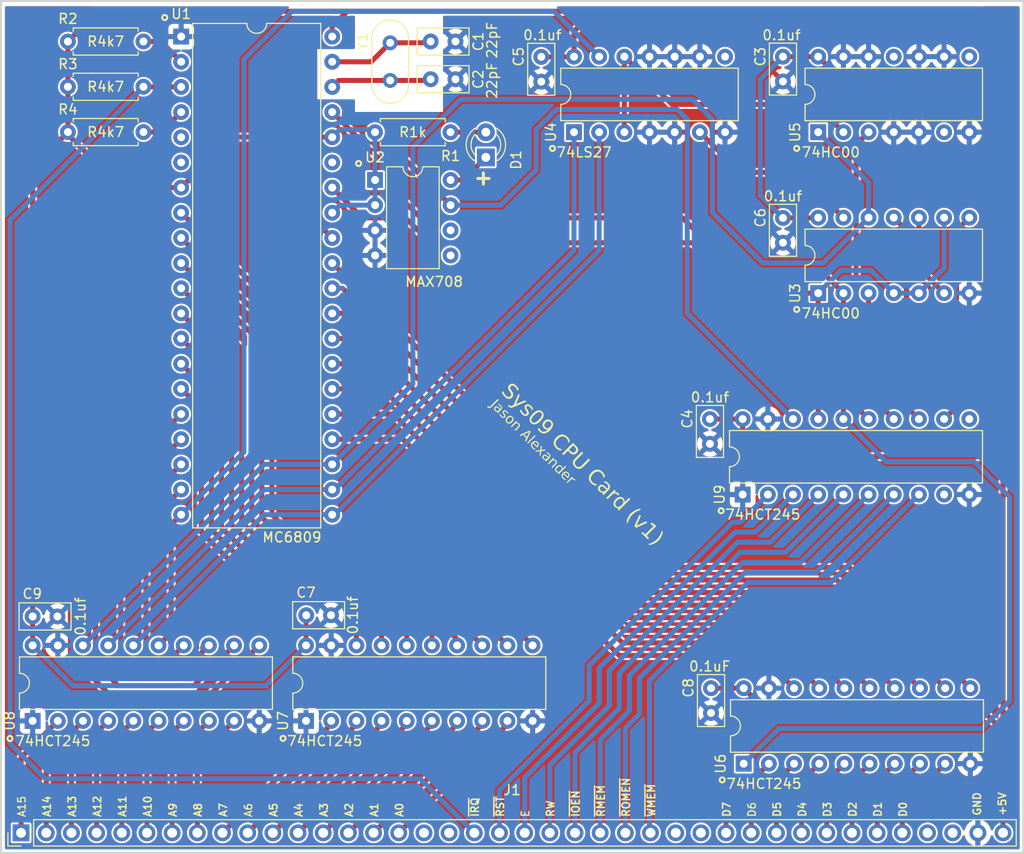
<source format=kicad_pcb>
(kicad_pcb (version 20221018) (generator pcbnew)
  (layers (0 "F.Cu" signal) (31 "B.Cu" signal) (34 "B.Paste" user) (35 "F.Paste" user) (36 "B.SilkS" user "B.Silkscreen") (37 "F.SilkS" user "F.Silkscreen") (38 "B.Mask" user) (39 "F.Mask" user) (44 "Edge.Cuts" user))
  (net 0 "")
  (net 1 "GND")
  (net 2 "Net-(U1-XTAL)")
  (net 3 "Net-(U1-EXTAL)")
  (net 4 "+5V")
  (net 5 "Net-(D1-A)")
  (net 6 "/CPU/D0")
  (net 7 "/CPU/D1")
  (net 8 "/CPU/D2")
  (net 9 "/CPU/D3")
  (net 10 "/CPU/D4")
  (net 11 "/CPU/D5")
  (net 12 "/CPU/D6")
  (net 13 "/CPU/D7")
  (net 14 "/CPU/A0")
  (net 15 "/CPU/A1")
  (net 16 "/CPU/A2")
  (net 17 "/CPU/A3")
  (net 18 "/CPU/A4")
  (net 19 "/CPU/A5")
  (net 20 "/CPU/A6")
  (net 21 "/CPU/A7")
  (net 22 "/CPU/A8")
  (net 23 "/CPU/A9")
  (net 24 "/CPU/A10")
  (net 25 "/CPU/A11")
  (net 26 "/CPU/A12")
  (net 27 "/CPU/A13")
  (net 28 "/CPU/A14")
  (net 29 "/CPU/A15")
  (net 30 "/CPU/~{IRQ}")
  (net 31 "/CPU/~{RMEM}")
  (net 32 "/CPU/~{WMEM}")
  (net 33 "/CPU/~{ROMEN}")
  (net 34 "/CPU/~{IOEN}")
  (net 35 "/CPU/RW")
  (net 36 "/CPU/E")
  (net 37 "/CPU/~{RST}")
  (net 38 "Net-(U1-~{NMI})")
  (net 39 "Net-(U1-~{FIRQ})")
  (net 45 "Net-(U3-Pad10)")
  (net 46 "Net-(U3-Pad13)")
  (net 47 "Net-(U4-Pad12)")
  (net 52 "/CPU/AD0")
  (net 53 "/CPU/AD1")
  (net 54 "/CPU/AD2")
  (net 55 "/CPU/AD3")
  (net 56 "/CPU/AD4")
  (net 57 "/CPU/AD5")
  (net 58 "/CPU/AD6")
  (net 59 "/CPU/AD7")
  (net 60 "/CPU/AD8")
  (net 61 "/CPU/AD9")
  (net 62 "/CPU/AD10")
  (net 63 "/CPU/AD11")
  (net 64 "/CPU/AD12")
  (net 65 "/CPU/AD13")
  (net 66 "/CPU/AD14")
  (net 67 "/CPU/AD15")
  (net 68 "/CPU/DA7")
  (net 69 "/CPU/DA6")
  (net 70 "/CPU/DA5")
  (net 71 "/CPU/DA4")
  (net 72 "/CPU/DA3")
  (net 73 "/CPU/DA2")
  (net 74 "/CPU/DA1")
  (net 75 "/CPU/DA0")
  (net 76 "/CPU/IRST")
  (net 77 "/CPU/IRW")
  (net 78 "/CPU/IE")
  (net 79 "/CPU/~{IRST}")
  (net 80 "/CPU/~{IRMEM}")
  (net 81 "/CPU/~{IWMEM}")
  (net 82 "/CPU/~{IROMEN}")
  (net 83 "/CPU/~{IIOEN}")
  (footprint "Package_DIP:DIP-14_W7.62mm" (layer "F.Cu") (at 131.318 94.488 90)
    (fp_text reference "U3")
    (fp_text value "74HC00")
  )
  (footprint "Capacitor_THT:C_Disc_D5.0mm_W2.5mm_P2.50mm" (layer "F.Cu") (at 127.762 86.898 -90)
    (fp_text reference "C6")
    (fp_text value "0.1uf")
  )
  (footprint "Capacitor_THT:C_Disc_D5.0mm_W2.5mm_P2.50mm" (layer "F.Cu") (at 94.722 69.088 180)
    (fp_text reference "C1")
    (fp_text value "22pF")
  )
  (footprint "Package_DIP:DIP-20_W7.62mm" (layer "F.Cu") (at 79.648 137.668 90)
    (fp_text reference "U7")
    (fp_text value "74HCT245")
  )
  (footprint "Resistor_THT:R_Axial_DIN0207_L6.3mm_D2.5mm_P7.62mm_Horizontal" (layer "F.Cu") (at 94.224 78.242 180)
    (fp_text reference "R1")
    (fp_text value "R1k")
  )
  (footprint "Package_DIP:DIP-8_W7.62mm" (layer "F.Cu") (at 86.614 83.068)
    (fp_text reference "U2")
    (fp_text value "MAX708" hide)
  )
  (footprint "Crystal:Crystal_HC52-8mm_Vertical" (layer "F.Cu") (at 88.138 69.22 -90)
    (fp_text reference "Y1")
    (fp_text value "Crystal" hide)
  )
  (footprint "Connector_PinHeader_2.54mm:PinHeader_1x40_P2.54mm_Vertical" (layer "F.Cu") (at 50.903 148.968 90)
    (fp_text reference "J1")
    (fp_text value "Conn_01x40_Pin" hide)
  )
  (footprint "Resistor_THT:R_Axial_DIN0207_L6.3mm_D2.5mm_P7.62mm_Horizontal" (layer "F.Cu") (at 55.626 78.232)
    (fp_text reference "R4")
    (fp_text value "R4k7")
  )
  (footprint "Capacitor_THT:C_Disc_D5.0mm_W2.5mm_P2.50mm" (layer "F.Cu") (at 103.378 70.642 -90)
    (fp_text reference "C5")
    (fp_text value "0.1uf")
  )
  (footprint "LED_THT:LED_D3.0mm" (layer "F.Cu") (at 97.79 80.787 90)
    (fp_text reference "D1")
    (fp_text value "LED")
  )
  (footprint "Capacitor_THT:C_Disc_D5.0mm_W2.5mm_P2.50mm" (layer "F.Cu") (at 120.504 134.366 -90)
    (fp_text reference "C8")
    (fp_text value "0.1uF")
  )
  (footprint "Package_DIP:DIP-40_W15.24mm" (layer "F.Cu") (at 67.051 68.595)
    (fp_text reference "U1")
    (fp_text value "MC6809")
  )
  (footprint "Capacitor_THT:C_Disc_D5.0mm_W2.5mm_P2.50mm" (layer "F.Cu") (at 52.07 127.124)
    (fp_text reference "C9")
    (fp_text value "0.1uf")
  )
  (footprint "Package_DIP:DIP-20_W7.62mm" (layer "F.Cu") (at 52.07 137.668 90)
    (fp_text reference "U8")
    (fp_text value "74HCT245")
  )
  (footprint "Package_DIP:DIP-14_W7.62mm" (layer "F.Cu") (at 131.318 78.242 90)
    (fp_text reference "U5")
    (fp_text value "74HC00")
  )
  (footprint "Capacitor_THT:C_Disc_D5.0mm_W2.5mm_P2.50mm" (layer "F.Cu") (at 94.722 72.898 180)
    (fp_text reference "C2")
    (fp_text value "22pF")
  )
  (footprint "Package_DIP:DIP-14_W7.62mm" (layer "F.Cu") (at 106.68 78.242 90)
    (fp_text reference "U4")
    (fp_text value "74LS27")
  )
  (footprint "Resistor_THT:R_Axial_DIN0207_L6.3mm_D2.5mm_P7.62mm_Horizontal" (layer "F.Cu") (at 55.626 69.088)
    (fp_text reference "R2")
    (fp_text value "R4k7")
  )
  (footprint "Package_DIP:DIP-20_W7.62mm" (layer "F.Cu") (at 123.801 141.986 90)
    (fp_text reference "U6")
    (fp_text value "74HCT245")
  )
  (footprint "Package_DIP:DIP-20_W7.62mm" (layer "F.Cu") (at 123.698 114.818 90)
    (fp_text reference "U9")
    (fp_text value "74HCT245")
  )
  (footprint "Resistor_THT:R_Axial_DIN0207_L6.3mm_D2.5mm_P7.62mm_Horizontal" (layer "F.Cu") (at 55.626 73.66)
    (fp_text reference "R3")
    (fp_text value "R4k7")
  )
  (footprint "Capacitor_THT:C_Disc_D5.0mm_W2.5mm_P2.50mm" (layer "F.Cu") (at 79.668 127)
    (fp_text reference "C7")
    (fp_text value "0.1uf")
  )
  (footprint "Capacitor_THT:C_Disc_D5.0mm_W2.5mm_P2.50mm" (layer "F.Cu") (at 127.762 70.622 -90)
    (fp_text reference "C3")
    (fp_text value "0.1uf")
  )
  (footprint "Capacitor_THT:C_Disc_D5.0mm_W2.5mm_P2.50mm" (layer "F.Cu") (at 120.396 107.198 -90)
    (fp_text reference "C4")
    (fp_text value "0.1uf")
  )
  (gr_circle (center 49.784 139.446) (end 50.038 139.446) (stroke (width 0.2)) (fill none) (layer "F.SilkS"))
  (gr_circle (center 129.146 96.136) (end 129.4 96.136) (stroke (width 0.2)) (fill none) (layer "F.SilkS"))
  (gr_circle (center 65.392 66.672) (end 65.646 66.672) (stroke (width 0.2)) (fill none) (layer "F.SilkS"))
  (gr_circle (center 129.146 79.88) (end 129.4 79.88) (stroke (width 0.2)) (fill none) (layer "F.SilkS"))
  (gr_circle (center 121.634 143.624) (end 121.888 143.624) (stroke (width 0.2)) (fill none) (layer "F.SilkS"))
  (gr_circle (center 84.95 81.404) (end 85.204 81.404) (stroke (width 0.2)) (fill none) (layer "F.SilkS"))
  (gr_circle (center 104.508 79.88) (end 104.762 79.88) (stroke (width 0.2)) (fill none) (layer "F.SilkS"))
  (gr_circle (center 77.33 139.43) (end 77.584 139.43) (stroke (width 0.2)) (fill none) (layer "F.SilkS"))
  (gr_circle (center 121.526 116.456) (end 121.78 116.456) (stroke (width 0.2)) (fill none) (layer "F.SilkS"))
  (gr_line (start 48.876 151) (end 152 151) (stroke (width 0.2)) (layer "Edge.Cuts"))
  (gr_line (start 152 65) (end 48.876 65) (stroke (width 0.2)) (layer "Edge.Cuts"))
  (gr_line (start 48.876 65) (end 48.876 151) (stroke (width 0.2)) (layer "Edge.Cuts"))
  (gr_line (start 152 65) (end 152 151) (stroke (width 0.2)) (layer "Edge.Cuts"))
  (gr_text "A6" (at 74.276 147.444 90) (layer "F.SilkS") (effects (font (size 0.762 0.762) (thickness 0.127)) (justify left bottom)))
  (gr_text "A14" (at 53.956 147.444 90) (layer "F.SilkS") (effects (font (size 0.762 0.762)) (justify left bottom)))
  (gr_text "A9" (at 66.656 147.444 90) (layer "F.SilkS") (effects (font (size 0.762 0.762)) (justify left bottom)))
  (gr_text "A10\n" (at 64.116 147.444 90) (layer "F.SilkS") (effects (font (size 0.762 0.762)) (justify left bottom)))
  (gr_text "A2" (at 84.436 147.444 90) (layer "F.SilkS") (effects (font (size 0.762 0.762)) (justify left bottom)))
  (gr_text "~{RST}" (at 99.676 147.444 90) (layer "F.SilkS") (effects (font (size 0.762 0.762)) (justify left bottom)))
  (gr_text "A11" (at 61.576 147.444 90) (layer "F.SilkS") (effects (font (size 0.762 0.762)) (justify left bottom)))
  (gr_text "A4" (at 79.356 147.444 90) (layer "F.SilkS") (effects (font (size 0.762 0.762)) (justify left bottom)))
  (gr_text "MAX708" (at 92.57 93.342) (layer "F.SilkS") (effects (font (size 1 1))))
  (gr_text "A13" (at 56.496 147.444 90) (layer "F.SilkS") (effects (font (size 0.762 0.762)) (justify left bottom)))
  (gr_text "A7" (at 71.736 147.444 90) (layer "F.SilkS") (effects (font (size 0.762 0.762)) (justify left bottom)))
  (gr_text "A12" (at 59.036 147.444 90) (layer "F.SilkS") (effects (font (size 0.762 0.762)) (justify left bottom)))
  (gr_text "D0" (at 140.316 147.444 90) (layer "F.SilkS") (effects (font (size 0.762 0.762)) (justify left bottom)))
  (gr_text "Jason Alexander" (at 98.044 105.918 315) (layer "F.SilkS") (effects (font (size 1.016 1.016)) (justify left bottom)))
  (gr_text "D1" (at 137.776 147.444 90) (layer "F.SilkS") (effects (font (size 0.762 0.762)) (justify left bottom)))
  (gr_text "~{WMEM}" (at 114.916 147.444 90) (layer "F.SilkS") (effects (font (size 0.762 0.762)) (justify left bottom)))
  (gr_text "D6" (at 125.076 147.444 90) (layer "F.SilkS") (effects (font (size 0.762 0.762) (thickness 0.127)) (justify left bottom)))
  (gr_text "D7" (at 122.536 147.444 90) (layer "F.SilkS") (effects (font (size 0.762 0.762)) (justify left bottom)))
  (gr_text "~{ROMEN}" (at 112.376 147.444 90) (layer "F.SilkS") (effects (font (size 0.762 0.762)) (justify left bottom)))
  (gr_text "A8" (at 69.196 147.444 90) (layer "F.SilkS") (effects (font (size 0.762 0.762)) (justify left bottom)))
  (gr_text "A15" (at 51.416 147.444 90) (layer "F.SilkS") (effects (font (size 0.762 0.762) (thickness 0.127)) (justify left bottom)))
  (gr_text "A1" (at 86.976 147.444 90) (layer "F.SilkS") (effects (font (size 0.762 0.762)) (justify left bottom)))
  (gr_text "D3" (at 132.696 147.444 90) (layer "F.SilkS") (effects (font (size 0.762 0.762)) (justify left bottom)))
  (gr_text "E" (at 102.216 147.444 90) (layer "F.SilkS") (effects (font (size 0.762 0.762) (thickness 0.127)) (justify left bottom)))
  (gr_text "D4" (at 130.156 147.444 90) (layer "F.SilkS") (effects (font (size 0.762 0.762)) (justify left bottom)))
  (gr_text "GND" (at 147.796 147.304 90) (layer "F.SilkS") (effects (font (size 0.762 0.762)) (justify left bottom)))
  (gr_text "~{IOEN}" (at 107.296 147.444 90) (layer "F.SilkS") (effects (font (size 0.762 0.762)) (justify left bottom)))
  (gr_text "~{IRQ}" (at 97.136 147.444 90) (layer "F.SilkS") (effects (font (size 0.762 0.762)) (justify left bottom)))
  (gr_text "D2" (at 135.236 147.444 90) (layer "F.SilkS") (effects (font (size 0.762 0.762)) (justify left bottom)))
  (gr_text "D5" (at 127.616 147.444 90) (layer "F.SilkS") (effects (font (size 0.762 0.762)) (justify left bottom)))
  (gr_text "A3" (at 81.896 147.444 90) (layer "F.SilkS") (effects (font (size 0.762 0.762)) (justify left bottom)))
  (gr_text "Sys09 CPU Card (v1)" (at 99.06 104.648 315) (layer "F.SilkS") (effects (font (size 1.524 1.524)) (justify left bottom)))
  (gr_text "+5V" (at 150.336 147.304 90) (layer "F.SilkS") (effects (font (size 0.762 0.762)) (justify left bottom)))
  (gr_text "~{RMEM}" (at 109.836 147.444 90) (layer "F.SilkS") (effects (font (size 0.762 0.762)) (justify left bottom)))
  (gr_text "RW" (at 104.756 147.444 90) (layer "F.SilkS") (effects (font (size 0.762 0.762)) (justify left bottom)))
  (gr_text "A0" (at 89.516 147.444 90) (layer "F.SilkS") (effects (font (size 0.762 0.762)) (justify left bottom)))
  (gr_text "A5" (at 76.816 147.444 90) (layer "F.SilkS") (effects (font (size 0.762 0.762)) (justify left bottom)))
  (gr_text "+" (at 98.666 83.69) (layer "F.SilkS") (effects (font (size 1.5 1.5) (thickness 0.3) bold) (justify left bottom mirror)))
  (segment (start 104.12 73.182) (end 103.627 73.182) (width 0.25) (layer "F.Cu") (net 1))
  (segment (start 120.396 109.504) (end 120.884 109.504) (width 0.25) (layer "F.Cu") (net 1))
  (segment (start 86.223 71.135) (end 88.138 69.22) (width 0.508) (layer "F.Cu") (net 2))
  (segment (start 92.09 69.22) (end 92.222 69.088) (width 0.508) (layer "F.Cu") (net 2))
  (segment (start 88.138 69.22) (end 92.09 69.22) (width 0.508) (layer "F.Cu") (net 2))
  (segment (start 88.27 69.088) (end 88.138 69.22) (width 0.25) (layer "F.Cu") (net 2))
  (segment (start 82.291 71.135) (end 86.223 71.135) (width 0.508) (layer "F.Cu") (net 2))
  (segment (start 88.26 72.898) (end 88.138 73.02) (width 0.25) (layer "F.Cu") (net 3))
  (segment (start 82.428 73.538) (end 82.291 73.675) (width 0.25) (layer "F.Cu") (net 3))
  (segment (start 92.1 73.02) (end 92.222 72.898) (width 0.508) (layer "F.Cu") (net 3))
  (segment (start 88.138 73.02) (end 82.946 73.02) (width 0.508) (layer "F.Cu") (net 3))
  (segment (start 88.138 73.02) (end 92.1 73.02) (width 0.508) (layer "F.Cu") (net 3))
  (segment (start 88.001 73.157) (end 88.138 73.02) (width 0.508) (layer "F.Cu") (net 3))
  (segment (start 82.946 73.02) (end 82.291 73.675) (width 0.508) (layer "F.Cu") (net 3))
  (segment (start 120.396 107.198) (end 123.698 107.198) (width 0.508) (layer "F.Cu") (net 4))
  (segment (start 149.963 68.429) (end 147.574 66.04) (width 0.508) (layer "F.Cu") (net 4))
  (segment (start 149.963 148.968) (end 149.963 138.684) (width 0.508) (layer "F.Cu") (net 4))
  (segment (start 55.626 78.486) (end 60.975 83.835) (width 0.508) (layer "F.Cu") (net 4))
  (segment (start 120.504 134.366) (end 123.801 134.366) (width 0.508) (layer "F.Cu") (net 4))
  (segment (start 106.68 68.072) (end 108.712 66.04) (width 0.508) (layer "F.Cu") (net 4))
  (segment (start 55.626 73.66) (end 55.626 78.232) (width 0.508) (layer "F.Cu") (net 4))
  (segment (start 123.801 134.366) (end 126.087 136.652) (width 0.508) (layer "F.Cu") (net 4))
  (segment (start 149.963 92.456) (end 149.963 74.93) (width 0.508) (layer "F.Cu") (net 4))
  (segment (start 148.185 73.152) (end 149.963 74.93) (width 0.508) (layer "F.Cu") (net 4))
  (segment (start 52.07 127.124) (end 52.07 81.788) (width 0.508) (layer "F.Cu") (net 4))
  (segment (start 79.648 127.02) (end 79.668 127) (width 0.508) (layer "F.Cu") (net 4))
  (segment (start 106.68 70.622) (end 106.68 68.072) (width 0.508) (layer "F.Cu") (net 4))
  (segment (start 82.291 68.595) (end 82.291 67.569) (width 0.508) (layer "F.Cu") (net 4))
  (segment (start 149.963 138.684) (end 149.963 113.03) (width 0.508) (layer "F.Cu") (net 4))
  (segment (start 55.626 69.088) (end 55.626 73.66) (width 0.508) (layer "F.Cu") (net 4))
  (segment (start 83.82 66.04) (end 58.674 66.04) (width 0.508) (layer "F.Cu") (net 4))
  (segment (start 72.146 78.74) (end 82.276 78.74) (width 0.508) (layer "F.Cu") (net 4))
  (segment (start 103.378 70.642) (end 106.66 70.642) (width 0.508) (layer "F.Cu") (net 4))
  (segment (start 147.931 136.652) (end 149.963 138.684) (width 0.508) (layer "F.Cu") (net 4))
  (segment (start 52.07 81.788) (end 55.626 78.232) (width 0.508) (layer "F.Cu") (net 4))
  (segment (start 58.674 66.04) (end 55.626 69.088) (width 0.508) (layer "F.Cu") (net 4))
  (segment (start 60.975 83.835) (end 67.051 83.835) (width 0.508) (layer "F.Cu") (net 4))
  (segment (start 52.07 127.124) (end 52.07 130.048) (width 0.508) (layer "F.Cu") (net 4))
  (segment (start 147.931 110.998) (end 149.963 113.03) (width 0.508) (layer "F.Cu") (net 4))
  (segment (start 82.276 78.74) (end 82.291 78.755) (width 0.508) (layer "F.Cu") (net 4))
  (segment (start 123.698 107.198) (end 123.698 108.32937) (width 0.508) (layer "F.Cu") (net 4))
  (segment (start 67.051 83.835) (end 72.146 78.74) (width 0.508) (layer "F.Cu") (net 4))
  (segment (start 149.963 113.03) (end 149.963 92.456) (width 0.508) (layer "F.Cu") (net 4))
  (segment (start 86.614 78.252) (end 86.604 78.242) (width 0.25) (layer "F.Cu") (net 4))
  (segment (start 147.574 66.04) (end 108.712 66.04) (width 0.508) (layer "F.Cu") (net 4))
  (segment (start 79.648 130.048) (end 79.648 127.02) (width 0.508) (layer "F.Cu") (net 4))
  (segment (start 55.626 78.232) (end 55.626 78.486) (width 0.508) (layer "F.Cu") (net 4))
  (segment (start 106.66 70.642) (end 106.68 70.622) (width 0.508) (layer "F.Cu") (net 4))
  (segment (start 86.604 85.598) (end 86.614 85.608) (width 0.508) (layer "F.Cu") (net 4))
  (segment (start 131.288 86.898) (end 131.318 86.868) (width 0.508) (layer "F.Cu") (net 4))
  (segment (start 131.318 70.622) (end 133.848 73.152) (width 0.508) (layer "F.Cu") (net 4))
  (segment (start 108.712 66.04) (end 83.82 66.04) (width 0.508) (layer "F.Cu") (net 4))
  (segment (start 127.762 70.622) (end 131.318 70.622) (width 0.508) (layer "F.Cu") (net 4))
  (segment (start 123.698 108.32937) (end 126.36663 110.998) (width 0.508) (layer "F.Cu") (net 4))
  (segment (start 126.36663 110.998) (end 147.931 110.998) (width 0.508) (layer "F.Cu") (net 4))
  (segment (start 126.087 136.652) (end 147.931 136.652) (width 0.508) (layer "F.Cu") (net 4))
  (segment (start 127.762 86.898) (end 131.288 86.898) (width 0.508) (layer "F.Cu") (net 4))
  (segment (start 82.291 67.569) (end 83.82 66.04) (width 0.508) (layer "F.Cu") (net 4))
  (segment (start 133.848 73.152) (end 148.185 73.152) (width 0.508) (layer "F.Cu") (net 4))
  (segment (start 149.963 74.93) (end 149.963 68.429) (width 0.508) (layer "F.Cu") (net 4))
  (segment (start 125.476 84.612) (end 127.762 86.898) (width 0.508) (layer "B.Cu") (net 4))
  (segment (start 56.134 134.112) (end 75.584 134.112) (width 0.508) (layer "B.Cu") (net 4))
  (segment (start 86.614 78.252) (end 86.604 78.242) (width 0.25) (layer "B.Cu") (net 4))
  (segment (start 125.476 72.908) (end 125.476 84.612) (width 0.508) (layer "B.Cu") (net 4))
  (segment (start 86.604 83.058) (end 86.614 83.068) (width 0.25) (layer "B.Cu") (net 4))
  (segment (start 86.604 78.242) (end 86.604 83.058) (width 0.508) (layer "B.Cu") (net 4))
  (segment (start 82.291 78.755) (end 83.068 77.978) (width 0.508) (layer "B.Cu") (net 4))
  (segment (start 86.614 85.608) (end 86.614 83.068) (width 0.508) (layer "B.Cu") (net 4))
  (segment (start 83.058 85.608) (end 82.291 86.375) (width 0.508) (layer "B.Cu") (net 4))
  (segment (start 83.068 77.978) (end 86.34 77.978) (width 0.508) (layer "B.Cu") (net 4))
  (segment (start 75.584 134.112) (end 79.648 130.048) (width 0.508) (layer "B.Cu") (net 4))
  (segment (start 82.804 78.242) (end 82.291 78.755) (width 0.25) (layer "B.Cu") (net 4))
  (segment (start 127.762 70.622) (end 125.476 72.908) (width 0.508) (layer "B.Cu") (net 4))
  (segment (start 52.07 130.048) (end 56.134 134.112) (width 0.508) (layer "B.Cu") (net 4))
  (segment (start 86.34 77.978) (end 86.604 78.242) (width 0.508) (layer "B.Cu") (net 4))
  (segment (start 86.614 85.608) (end 83.058 85.608) (width 0.508) (layer "B.Cu") (net 4))
  (segment (start 94.229 78.237) (end 94.224 78.242) (width 0.25) (layer "F.Cu") (net 5))
  (segment (start 97.785 78.242) (end 97.79 78.247) (width 0.508) (layer "F.Cu") (net 5))
  (segment (start 94.224 78.242) (end 97.785 78.242) (width 0.508) (layer "F.Cu") (net 5))
  (segment (start 139.803 146.304) (end 144.121 141.986) (width 0.508) (layer "F.Cu") (net 6))
  (segment (start 139.803 148.968) (end 139.803 146.304) (width 0.508) (layer "F.Cu") (net 6))
  (segment (start 137.263 148.968) (end 137.263 146.304) (width 0.508) (layer "F.Cu") (net 7))
  (segment (start 137.263 146.304) (end 141.581 141.986) (width 0.508) (layer "F.Cu") (net 7))
  (segment (start 134.723 146.304) (end 139.041 141.986) (width 0.508) (layer "F.Cu") (net 8))
  (segment (start 134.723 148.968) (end 134.723 146.304) (width 0.508) (layer "F.Cu") (net 8))
  (segment (start 132.183 146.304) (end 136.501 141.986) (width 0.508) (layer "F.Cu") (net 9))
  (segment (start 132.183 148.968) (end 132.183 146.304) (width 0.508) (layer "F.Cu") (net 9))
  (segment (start 129.643 146.304) (end 133.961 141.986) (width 0.508) (layer "F.Cu") (net 10))
  (segment (start 129.643 148.968) (end 129.643 146.304) (width 0.508) (layer "F.Cu") (net 10))
  (segment (start 127.103 148.968) (end 127.103 146.304) (width 0.508) (layer "F.Cu") (net 11))
  (segment (start 127.103 146.304) (end 131.421 141.986) (width 0.508) (layer "F.Cu") (net 11))
  (segment (start 124.563 146.304) (end 128.881 141.986) (width 0.508) (layer "F.Cu") (net 12))
  (segment (start 124.563 148.968) (end 124.563 146.304) (width 0.508) (layer "F.Cu") (net 12))
  (segment (start 122.023 148.968) (end 122.023 146.304) (width 0.508) (layer "F.Cu") (net 13))
  (segment (start 122.023 146.304) (end 126.341 141.986) (width 0.508) (layer "F.Cu") (net 13))
  (segment (start 89.003 148.968) (end 99.968 138.003) (width 0.508) (layer "F.Cu") (net 14))
  (segment (start 99.968 138.003) (end 99.968 137.668) (width 0.508) (layer "F.Cu") (net 14))
  (segment (start 97.428 138.003) (end 97.428 137.668) (width 0.508) (layer "F.Cu") (net 15))
  (segment (start 86.463 148.968) (end 97.428 138.003) (width 0.508) (layer "F.Cu") (net 15))
  (segment (start 94.888 138.003) (end 94.888 137.668) (width 0.508) (layer "F.Cu") (net 16))
  (segment (start 83.923 148.968) (end 94.888 138.003) (width 0.508) (layer "F.Cu") (net 16))
  (segment (start 81.383 148.968) (end 92.348 138.003) (width 0.508) (layer "F.Cu") (net 17))
  (segment (start 92.348 138.003) (end 92.348 137.668) (width 0.508) (layer "F.Cu") (net 17))
  (segment (start 89.808 138.003) (end 89.808 137.668) (width 0.508) (layer "F.Cu") (net 18))
  (segment (start 78.843 148.968) (end 89.808 138.003) (width 0.508) (layer "F.Cu") (net 18))
  (segment (start 76.303 148.968) (end 76.461263 148.968) (width 0.508) (layer "F.Cu") (net 19))
  (segment (start 76.303 148.968) (end 87.268 138.003) (width 0.508) (layer "F.Cu") (net 19))
  (segment (start 87.268 138.003) (end 87.268 137.668) (width 0.508) (layer "F.Cu") (net 19))
  (segment (start 73.763 148.968) (end 84.728 138.003) (width 0.508) (layer "F.Cu") (net 20))
  (segment (start 84.728 138.003) (end 84.728 137.668) (width 0.508) (layer "F.Cu") (net 20))
  (segment (start 71.223 148.968) (end 82.188 138.003) (width 0.508) (layer "F.Cu") (net 21))
  (segment (start 82.188 138.003) (end 82.188 137.668) (width 0.508) (layer "F.Cu") (net 21))
  (segment (start 68.683 141.375) (end 72.39 137.668) (width 0.508) (layer "F.Cu") (net 22))
  (segment (start 68.683 148.968) (end 68.683 141.375) (width 0.508) (layer "F.Cu") (net 22))
  (segment (start 66.143 148.968) (end 66.143 141.375) (width 0.508) (layer "F.Cu") (net 23))
  (segment (start 66.143 141.375) (end 69.85 137.668) (width 0.508) (layer "F.Cu") (net 23))
  (segment (start 63.603 148.968) (end 63.603 141.375) (width 0.508) (layer "F.Cu") (net 24))
  (segment (start 63.603 141.375) (end 67.31 137.668) (width 0.508) (layer "F.Cu") (net 24))
  (segment (start 61.063 141.375) (end 64.77 137.668) (width 0.508) (layer "F.Cu") (net 25))
  (segment (start 61.063 148.968) (end 61.063 141.375) (width 0.508) (layer "F.Cu") (net 25))
  (segment (start 58.523 148.968) (end 58.523 141.375) (width 0.508) (layer "F.Cu") (net 26))
  (segment (start 58.523 141.375) (end 62.23 137.668) (width 0.508) (layer "F.Cu") (net 26))
  (segment (start 55.983 148.968) (end 55.983 141.375) (width 0.508) (layer "F.Cu") (net 27))
  (segment (start 55.983 141.375) (end 59.69 137.668) (width 0.508) (layer "F.Cu") (net 27))
  (segment (start 53.443 148.968) (end 53.443 141.375) (width 0.508) (layer "F.Cu") (net 28))
  (segment (start 53.443 141.375) (end 57.15 137.668) (width 0.508) (layer "F.Cu") (net 28))
  (segment (start 50.903 148.968) (end 50.903 141.375) (width 0.508) (layer "F.Cu") (net 29))
  (segment (start 50.903 141.375) (end 54.61 137.668) (width 0.508) (layer "F.Cu") (net 29))
  (segment (start 63.246 73.66) (end 67.036 73.66) (width 0.508) (layer "F.Cu") (net 30))
  (segment (start 67.036 73.66) (end 67.051 73.675) (width 0.508) (layer "F.Cu") (net 30))
  (segment (start 49.784 139.954) (end 53.34 143.51) (width 0.508) (layer "B.Cu") (net 30))
  (segment (start 49.784 87.122) (end 49.784 139.954) (width 0.508) (layer "B.Cu") (net 30))
  (segment (start 63.246 73.66) (end 49.784 87.122) (width 0.508) (layer "B.Cu") (net 30))
  (segment (start 53.34 143.51) (end 91.165 143.51) (width 0.508) (layer "B.Cu") (net 30))
  (segment (start 91.165 143.51) (end 96.623 148.968) (width 0.508) (layer "B.Cu") (net 30))
  (segment (start 136.398 114.818) (end 136.202 115.014) (width 0.25) (layer "F.Cu") (net 31))
  (segment (start 136.388 114.818) (end 136.398 114.818) (width 0.508) (layer "F.Cu") (net 31))
  (segment (start 123.698 121.666) (end 129.54 121.666) (width 0.508) (layer "B.Cu") (net 31))
  (segment (start 129.54 121.666) (end 136.388 114.818) (width 0.508) (layer "B.Cu") (net 31))
  (segment (start 112.268 136.652) (end 112.268 133.096) (width 0.508) (layer "B.Cu") (net 31))
  (segment (start 109.323 139.597) (end 112.268 136.652) (width 0.508) (layer "B.Cu") (net 31))
  (segment (start 112.268 133.096) (end 123.698 121.666) (width 0.508) (layer "B.Cu") (net 31))
  (segment (start 109.323 148.968) (end 109.323 139.597) (width 0.508) (layer "B.Cu") (net 31))
  (segment (start 114.403 148.968) (end 114.3 148.865) (width 0.508) (layer "F.Cu") (net 32))
  (segment (start 114.3 133.604) (end 124.206 123.698) (width 0.508) (layer "B.Cu") (net 32))
  (segment (start 114.3 148.865) (end 114.3 133.604) (width 0.508) (layer "B.Cu") (net 32))
  (segment (start 132.598 123.698) (end 141.478 114.818) (width 0.508) (layer "B.Cu") (net 32))
  (segment (start 124.206 123.698) (end 132.598 123.698) (width 0.508) (layer "B.Cu") (net 32))
  (segment (start 113.284 133.35) (end 123.952 122.682) (width 0.508) (layer "B.Cu") (net 33))
  (segment (start 111.863 148.968) (end 111.863 138.3905) (width 0.508) (layer "B.Cu") (net 33))
  (segment (start 123.952 122.682) (end 131.074 122.682) (width 0.508) (layer "B.Cu") (net 33))
  (segment (start 111.863 138.3905) (end 113.284 136.9695) (width 0.508) (layer "B.Cu") (net 33))
  (segment (start 113.284 136.9695) (end 113.284 133.35) (width 0.508) (layer "B.Cu") (net 33))
  (segment (start 131.074 122.682) (end 138.938 114.818) (width 0.508) (layer "B.Cu") (net 33))
  (segment (start 106.783 140.867) (end 111.252 136.398) (width 0.508) (layer "B.Cu") (net 34))
  (segment (start 128.026 120.65) (end 133.858 114.818) (width 0.508) (layer "B.Cu") (net 34))
  (segment (start 111.252 132.842) (end 123.444 120.65) (width 0.508) (layer "B.Cu") (net 34))
  (segment (start 123.444 120.65) (end 128.026 120.65) (width 0.508) (layer "B.Cu") (net 34))
  (segment (start 111.252 136.398) (end 111.252 132.842) (width 0.508) (layer "B.Cu") (net 34))
  (segment (start 106.783 148.968) (end 106.783 140.867) (width 0.508) (layer "B.Cu") (net 34))
  (segment (start 123.19 119.634) (end 126.502 119.634) (width 0.508) (layer "B.Cu") (net 35))
  (segment (start 110.236 136.144) (end 110.236 132.588) (width 0.508) (layer "B.Cu") (net 35))
  (segment (start 104.243 148.968) (end 104.243 142.137) (width 0.508) (layer "B.Cu") (net 35))
  (segment (start 126.502 119.634) (end 131.318 114.818) (width 0.508) (layer "B.Cu") (net 35))
  (segment (start 110.236 132.588) (end 123.19 119.634) (width 0.508) (layer "B.Cu") (net 35))
  (segment (start 104.243 142.137) (end 110.236 136.144) (width 0.508) (layer "B.Cu") (net 35))
  (segment (start 101.703 148.968) (end 101.703 143.407) (width 0.508) (layer "B.Cu") (net 36))
  (segment (start 122.936 118.618) (end 124.978 118.618) (width 0.508) (layer "B.Cu") (net 36))
  (segment (start 109.22 135.89) (end 109.22 132.334) (width 0.508) (layer "B.Cu") (net 36))
  (segment (start 109.22 132.334) (end 122.936 118.618) (width 0.508) (layer "B.Cu") (net 36))
  (segment (start 124.978 118.618) (end 128.778 114.818) (width 0.508) (layer "B.Cu") (net 36))
  (segment (start 101.703 143.407) (end 109.22 135.89) (width 0.508) (layer "B.Cu") (net 36))
  (segment (start 99.168 148.968) (end 99.163 148.968) (width 0.25) (layer "F.Cu") (net 37))
  (segment (start 108.204 135.636) (end 108.204 132.08) (width 0.508) (layer "B.Cu") (net 37))
  (segment (start 99.163 144.677) (end 108.204 135.636) (width 0.508) (layer "B.Cu") (net 37))
  (segment (start 123.454 117.602) (end 126.238 114.818) (width 0.508) (layer "B.Cu") (net 37))
  (segment (start 122.682 117.602) (end 123.454 117.602) (width 0.508) (layer "B.Cu") (net 37))
  (segment (start 99.163 148.968) (end 99.163 144.677) (width 0.508) (layer "B.Cu") (net 37))
  (segment (start 108.204 132.08) (end 122.682 117.602) (width 0.508) (layer "B.Cu") (net 37))
  (segment (start 65.004 69.088) (end 67.051 71.135) (width 0.508) (layer "F.Cu") (net 38))
  (segment (start 63.246 69.088) (end 65.004 69.088) (width 0.508) (layer "F.Cu") (net 38))
  (segment (start 65.034 78.232) (end 67.051 76.215) (width 0.508) (layer "F.Cu") (net 39))
  (segment (start 63.246 78.232) (end 65.034 78.232) (width 0.508) (layer "F.Cu") (net 39))
  (segment (start 141.478 91.948) (end 144.018 94.488) (width 0.508) (layer "F.Cu") (net 45))
  (segment (start 141.478 86.868) (end 141.478 91.948) (width 0.508) (layer "F.Cu") (net 45))
  (segment (start 119.38 78.242) (end 123.434 82.296) (width 0.508) (layer "F.Cu") (net 46))
  (segment (start 123.434 82.296) (end 129.286 82.296) (width 0.508) (layer "F.Cu") (net 46))
  (segment (start 129.286 82.296) (end 133.858 86.868) (width 0.508) (layer "F.Cu") (net 46))
  (segment (start 111.76 70.622) (end 116.576 75.438) (width 0.508) (layer "F.Cu") (net 47))
  (segment (start 111.76 78.242) (end 111.76 70.622) (width 0.508) (layer "F.Cu") (net 47))
  (segment (start 116.576 75.438) (end 131.054 75.438) (width 0.508) (layer "F.Cu") (net 47))
  (segment (start 131.054 75.438) (end 133.858 78.242) (width 0.508) (layer "F.Cu") (net 47))
  (segment (start 76.2 95.524) (end 67.051 86.375) (width 0.508) (layer "F.Cu") (net 52))
  (segment (start 77.724 118.364) (end 76.2 116.84) (width 0.508) (layer "F.Cu") (net 52))
  (segment (start 90.824 118.364) (end 77.724 118.364) (width 0.508) (layer "F.Cu") (net 52))
  (segment (start 76.2 116.84) (end 76.2 95.524) (width 0.508) (layer "F.Cu") (net 52))
  (segment (start 102.508 130.048) (end 90.824 118.364) (width 0.508) (layer "F.Cu") (net 52))
  (segment (start 67.051 88.915) (end 75.184 97.048) (width 0.508) (layer "F.Cu") (net 53))
  (segment (start 89.3 119.38) (end 99.968 130.048) (width 0.508) (layer "F.Cu") (net 53))
  (segment (start 75.184 117.094) (end 77.47 119.38) (width 0.508) (layer "F.Cu") (net 53))
  (segment (start 77.47 119.38) (end 89.3 119.38) (width 0.508) (layer "F.Cu") (net 53))
  (segment (start 75.184 97.048) (end 75.184 117.094) (width 0.508) (layer "F.Cu") (net 53))
  (segment (start 67.051 91.455) (end 74.168 98.572) (width 0.508) (layer "F.Cu") (net 54))
  (segment (start 74.168 98.572) (end 74.168 117.348) (width 0.508) (layer "F.Cu") (net 54))
  (segment (start 87.776 120.396) (end 97.428 130.048) (width 0.508) (layer "F.Cu") (net 54))
  (segment (start 77.216 120.396) (end 87.776 120.396) (width 0.508) (layer "F.Cu") (net 54))
  (segment (start 74.168 117.348) (end 77.216 120.396) (width 0.508) (layer "F.Cu") (net 54))
  (segment (start 76.962 121.412) (end 86.868 121.412) (width 0.508) (layer "F.Cu") (net 55))
  (segment (start 73.152 100.096) (end 73.152 117.602) (width 0.508) (layer "F.Cu") (net 55))
  (segment (start 86.868 121.412) (end 94.888 129.432) (width 0.508) (layer "F.Cu") (net 55))
  (segment (start 94.888 129.432) (end 94.888 129.94) (width 0.508) (layer "F.Cu") (net 55))
  (segment (start 73.152 117.602) (end 76.962 121.412) (width 0.508) (layer "F.Cu") (net 55))
  (segment (start 67.051 93.995) (end 73.152 100.096) (width 0.508) (layer "F.Cu") (net 55))
  (segment (start 94.888 129.94) (end 94.888 130.048) (width 0.508) (layer "B.Cu") (net 55))
  (segment (start 92.348 128.67) (end 92.348 130.048) (width 0.508) (layer "F.Cu") (net 56))
  (segment (start 72.136 101.62) (end 72.136 117.856) (width 0.508) (layer "F.Cu") (net 56))
  (segment (start 86.106 122.428) (end 92.348 128.67) (width 0.508) (layer "F.Cu") (net 56))
  (segment (start 67.051 96.535) (end 72.136 101.62) (width 0.508) (layer "F.Cu") (net 56))
  (segment (start 72.136 117.856) (end 76.708 122.428) (width 0.508) (layer "F.Cu") (net 56))
  (segment (start 76.708 122.428) (end 86.106 122.428) (width 0.508) (layer "F.Cu") (net 56))
  (segment (start 71.12 103.144) (end 71.12 118.1735) (width 0.508) (layer "F.Cu") (net 57))
  (segment (start 85.344 123.444) (end 89.808 127.908) (width 0.508) (layer "F.Cu") (net 57))
  (segment (start 71.12 118.1735) (end 76.3905 123.444) (width 0.508) (layer "F.Cu") (net 57))
  (segment (start 67.051 99.075) (end 71.12 103.144) (width 0.508) (layer "F.Cu") (net 57))
  (segment (start 76.3905 123.444) (end 85.344 123.444) (width 0.508) (layer "F.Cu") (net 57))
  (segment (start 89.808 127.908) (end 89.808 129.686) (width 0.508) (layer "F.Cu") (net 57))
  (segment (start 89.808 129.686) (end 89.808 130.048) (width 0.508) (layer "B.Cu") (net 57))
  (segment (start 76.2 124.46) (end 84.074 124.46) (width 0.508) (layer "F.Cu") (net 58))
  (segment (start 70.104 118.364) (end 76.2 124.46) (width 0.508) (layer "F.Cu") (net 58))
  (segment (start 87.268 127.654) (end 87.268 130.048) (width 0.508) (layer "F.Cu") (net 58))
  (segment (start 67.051 101.615) (end 70.104 104.668) (width 0.508) (layer "F.Cu") (net 58))
  (segment (start 70.104 104.668) (end 70.104 118.364) (width 0.508) (layer "F.Cu") (net 58))
  (segment (start 84.074 124.46) (end 87.268 127.654) (width 0.508) (layer "F.Cu") (net 58))
  (segment (start 75.946 125.476) (end 83.058 125.476) (width 0.508) (layer "F.Cu") (net 59))
  (segment (start 69.088 118.618) (end 75.946 125.476) (width 0.508) (layer "F.Cu") (net 59))
  (segment (start 83.058 125.476) (end 84.728 127.146) (width 0.508) (layer "F.Cu") (net 59))
  (segment (start 69.088 106.172) (end 69.088 118.618) (width 0.508) (layer "F.Cu") (net 59))
  (segment (start 67.071 104.155) (end 69.088 106.172) (width 0.508) (layer "F.Cu") (net 59))
  (segment (start 84.728 127.146) (end 84.728 130.048) (width 0.508) (layer "F.Cu") (net 59))
  (segment (start 67.051 104.155) (end 67.071 104.155) (width 0.508) (layer "B.Cu") (net 59))
  (segment (start 55.88 117.866) (end 67.051 106.695) (width 0.508) (layer "F.Cu") (net 60))
  (segment (start 59.944 135.128) (end 55.88 131.064) (width 0.508) (layer "F.Cu") (net 60))
  (segment (start 74.93 130.048) (end 69.85 135.128) (width 0.508) (layer "F.Cu") (net 60))
  (segment (start 55.88 131.064) (end 55.88 117.866) (width 0.508) (layer "F.Cu") (net 60))
  (segment (start 69.85 135.128) (end 59.944 135.128) (width 0.508) (layer "F.Cu") (net 60))
  (segment (start 68.326 134.112) (end 60.706 134.112) (width 0.508) (layer "F.Cu") (net 61))
  (segment (start 72.39 130.048) (end 68.326 134.112) (width 0.508) (layer "F.Cu") (net 61))
  (segment (start 58.42 131.826) (end 58.42 117.866) (width 0.508) (layer "F.Cu") (net 61))
  (segment (start 58.42 117.866) (end 67.051 109.235) (width 0.508) (layer "F.Cu") (net 61))
  (segment (start 60.706 134.112) (end 58.42 131.826) (width 0.508) (layer "F.Cu") (net 61))
  (segment (start 60.96 117.866) (end 67.051 111.775) (width 0.508) (layer "F.Cu") (net 62))
  (segment (start 60.96 131.318) (end 60.96 117.866) (width 0.508) (layer "F.Cu") (net 62))
  (segment (start 66.802 133.096) (end 62.738 133.096) (width 0.508) (layer "F.Cu") (net 62))
  (segment (start 62.738 133.096) (end 60.96 131.318) (width 0.508) (layer "F.Cu") (net 62))
  (segment (start 69.85 130.048) (end 66.802 133.096) (width 0.508) (layer "F.Cu") (net 62))
  (segment (start 69.088 130.172) (end 69.088 130.426) (width 0.25) (layer "B.Cu") (net 62))
  (segment (start 63.5 117.866) (end 67.051 114.315) (width 0.508) (layer "F.Cu") (net 63))
  (segment (start 64.262 132.08) (end 63.5 131.318) (width 0.508) (layer "F.Cu") (net 63))
  (segment (start 65.278 132.08) (end 64.262 132.08) (width 0.508) (layer "F.Cu") (net 63))
  (segment (start 67.31 130.048) (end 65.278 132.08) (width 0.508) (layer "F.Cu") (net 63))
  (segment (start 63.5 131.318) (end 63.5 117.866) (width 0.508) (layer "F.Cu") (net 63))
  (segment (start 66.04 117.866) (end 67.051 116.855) (width 0.508) (layer "F.Cu") (net 64))
  (segment (start 66.04 128.778) (end 66.04 117.866) (width 0.508) (layer "F.Cu") (net 64))
  (segment (start 64.77 130.048) (end 66.04 128.778) (width 0.508) (layer "F.Cu") (net 64))
  (segment (start 67.056 116.86) (end 67.051 116.855) (width 0.25) (layer "F.Cu") (net 64))
  (segment (start 104.648 66.04) (end 109.22 70.612) (width 0.508) (layer "B.Cu") (net 64))
  (segment (start 73.385 70.887) (end 78.232 66.04) (width 0.508) (layer "B.Cu") (net 64))
  (segment (start 109.22 70.612) (end 109.22 70.622) (width 0.508) (layer "B.Cu") (net 64))
  (segment (start 78.232 66.04) (end 104.648 66.04) (width 0.508) (layer "B.Cu") (net 64))
  (segment (start 73.385 110.521) (end 73.385 70.887) (width 0.508) (layer "B.Cu") (net 64))
  (segment (start 67.051 116.855) (end 73.385 110.521) (width 0.508) (layer "B.Cu") (net 64))
  (segment (start 75.423 116.855) (end 82.291 116.855) (width 0.508) (layer "B.Cu") (net 65))
  (segment (start 82.535 116.855) (end 109.22 90.17) (width 0.508) (layer "B.Cu") (net 65))
  (segment (start 62.23 130.048) (end 75.423 116.855) (width 0.508) (layer "B.Cu") (net 65))
  (segment (start 109.22 90.17) (end 109.22 78.242) (width 0.508) (layer "B.Cu") (net 65))
  (segment (start 82.291 116.855) (end 82.535 116.855) (width 0.508) (layer "B.Cu") (net 65))
  (segment (start 106.68 90.17) (end 106.68 78.242) (width 0.508) (layer "B.Cu") (net 66))
  (segment (start 82.535 114.315) (end 106.68 90.17) (width 0.508) (layer "B.Cu") (net 66))
  (segment (start 75.423 114.315) (end 82.291 114.315) (width 0.508) (layer "B.Cu") (net 66))
  (segment (start 82.291 114.315) (end 82.535 114.315) (width 0.508) (layer "B.Cu") (net 66))
  (segment (start 59.69 130.048) (end 75.423 114.315) (width 0.508) (layer "B.Cu") (net 66))
  (segment (start 136.398 86.868) (end 131.826 91.44) (width 0.508) (layer "B.Cu") (net 67))
  (segment (start 118.618 74.93) (end 95.25 74.93) (width 0.508) (layer "B.Cu") (net 67))
  (segment (start 75.423 111.775) (end 82.291 111.775) (width 0.508) (layer "B.Cu") (net 67))
  (segment (start 95.25 74.93) (end 90.424 79.756) (width 0.508) (layer "B.Cu") (net 67))
  (segment (start 120.65 76.962) (end 118.618 74.93) (width 0.508) (layer "B.Cu") (net 67))
  (segment (start 120.65 86.36) (end 120.65 76.962) (width 0.508) (layer "B.Cu") (net 67))
  (segment (start 131.826 91.44) (end 125.73 91.44) (width 0.508) (layer "B.Cu") (net 67))
  (segment (start 136.398 86.868) (end 136.398 83.322) (width 0.508) (layer "B.Cu") (net 67))
  (segment (start 90.424 103.642) (end 82.291 111.775) (width 0.508) (layer "B.Cu") (net 67))
  (segment (start 136.398 83.322) (end 131.318 78.242) (width 0.508) (layer "B.Cu") (net 67))
  (segment (start 57.15 130.048) (end 75.423 111.775) (width 0.508) (layer "B.Cu") (net 67))
  (segment (start 125.73 91.44) (end 120.65 86.36) (width 0.508) (layer "B.Cu") (net 67))
  (segment (start 90.424 79.756) (end 90.424 103.642) (width 0.508) (layer "B.Cu") (net 67))
  (segment (start 89.423 109.235) (end 111.252 131.064) (width 0.508) (layer "F.Cu") (net 68))
  (segment (start 125.579 131.064) (end 128.881 134.366) (width 0.508) (layer "F.Cu") (net 68))
  (segment (start 111.252 131.064) (end 125.579 131.064) (width 0.508) (layer "F.Cu") (net 68))
  (segment (start 82.291 109.235) (end 89.423 109.235) (width 0.508) (layer "F.Cu") (net 68))
  (segment (start 126.849 129.794) (end 131.421 134.366) (width 0.508) (layer "F.Cu") (net 69))
  (segment (start 82.291 106.695) (end 88.4705 106.695) (width 0.508) (layer "F.Cu") (net 69))
  (segment (start 111.5695 129.794) (end 126.849 129.794) (width 0.508) (layer "F.Cu") (net 69))
  (segment (start 88.4705 106.695) (end 111.5695 129.794) (width 0.508) (layer "F.Cu") (net 69))
  (segment (start 111.76 128.524) (end 87.391 104.155) (width 0.508) (layer "F.Cu") (net 70))
  (segment (start 87.391 104.155) (end 82.291 104.155) (width 0.508) (layer "F.Cu") (net 70))
  (segment (start 133.961 134.366) (end 128.119 128.524) (width 0.508) (layer "F.Cu") (net 70))
  (segment (start 128.119 128.524) (end 111.76 128.524) (width 0.508) (layer "F.Cu") (net 70))
  (segment (start 129.389 127.254) (end 136.501 134.366) (width 0.508) (layer "F.Cu") (net 71))
  (segment (start 86.375 101.615) (end 112.014 127.254) (width 0.508) (layer "F.Cu") (net 71))
  (segment (start 112.014 127.254) (end 129.389 127.254) (width 0.508) (layer "F.Cu") (net 71))
  (segment (start 82.291 101.615) (end 86.375 101.615) (width 0.508) (layer "F.Cu") (net 71))
  (segment (start 130.659 125.984) (end 139.041 134.366) (width 0.508) (layer "F.Cu") (net 72))
  (segment (start 82.291 99.075) (end 85.359 99.075) (width 0.508) (layer "F.Cu") (net 72))
  (segment (start 112.268 125.984) (end 130.659 125.984) (width 0.508) (layer "F.Cu") (net 72))
  (segment (start 85.359 99.075) (end 112.268 125.984) (width 0.508) (layer "F.Cu") (net 72))
  (segment (start 131.929 124.714) (end 112.522 124.714) (width 0.508) (layer "F.Cu") (net 73))
  (segment (start 112.522 124.714) (end 84.343 96.535) (width 0.508) (layer "F.Cu") (net 73))
  (segment (start 141.581 134.366) (end 131.929 124.714) (width 0.508) (layer "F.Cu") (net 73))
  (segment (start 84.343 96.535) (end 82.291 96.535) (width 0.508) (layer "F.Cu") (net 73))
  (segment (start 83.327 93.995) (end 112.776 123.444) (width 0.508) (layer "F.Cu") (net 74))
  (segment (start 133.199 123.444) (end 144.121 134.366) (width 0.508) (layer "F.Cu") (net 74))
  (segment (start 112.776 123.444) (end 133.199 123.444) (width 0.508) (layer "F.Cu") (net 74))
  (segment (start 82.291 93.995) (end 83.327 93.995) (width 0.508) (layer "B.Cu") (net 74))
  (segment (start 113.01 122.174) (end 134.469 122.174) (width 0.508) (layer "F.Cu") (net 75))
  (segment (start 134.469 122.174) (end 146.661 134.366) (width 0.508) (layer "F.Cu") (net 75))
  (segment (start 82.291 91.455) (end 113.01 122.174) (width 0.508) (layer "F.Cu") (net 75))
  (segment (start 94.234 83.068) (end 95.509 83.068) (width 0.508) (layer "F.Cu") (net 76))
  (segment (start 95.509 83.068) (end 97.79 80.787) (width 0.508) (layer "F.Cu") (net 76))
  (segment (start 85.116 84.354) (end 88.672 84.354) (width 0.508) (layer "F.Cu") (net 77))
  (segment (start 82.291 88.915) (end 79.502 86.126) (width 0.508) (layer "F.Cu") (net 77))
  (segment (start 133.858 94.488) (end 133.858 107.198) (width 0.508) (layer "F.Cu") (net 77))
  (segment (start 88.672 84.354) (end 91.212 86.894) (width 0.508) (layer "F.Cu") (net 77))
  (segment (start 132.08 92.71) (end 133.858 94.488) (width 0.508) (layer "F.Cu") (net 77))
  (segment (start 123.444 92.71) (end 132.08 92.71) (width 0.508) (layer "F.Cu") (net 77))
  (segment (start 79.502 86.126) (end 79.502 83.82) (width 0.508) (layer "F.Cu") (net 77))
  (segment (start 80.741 82.581) (end 83.343 82.581) (width 0.508) (layer "F.Cu") (net 77))
  (segment (start 79.502 83.82) (end 80.741 82.581) (width 0.508) (layer "F.Cu") (net 77))
  (segment (start 83.343 82.581) (end 85.116 84.354) (width 0.508) (layer "F.Cu") (net 77))
  (segment (start 82.291 88.915) (end 82.789 89.413) (width 0.25) (layer "F.Cu") (net 77))
  (segment (start 91.212 86.894) (end 117.628 86.894) (width 0.508) (layer "F.Cu") (net 77))
  (segment (start 117.628 86.894) (end 123.444 92.71) (width 0.508) (layer "F.Cu") (net 77))
  (segment (start 123.801 141.986) (end 127.357 138.43) (width 0.508) (layer "B.Cu") (net 77))
  (segment (start 127.357 138.43) (end 147.828 138.43) (width 0.508) (layer "B.Cu") (net 77))
  (segment (start 147.828 138.43) (end 150.622 135.636) (width 0.508) (layer "B.Cu") (net 77))
  (segment (start 138.166 111.506) (end 133.858 107.198) (width 0.508) (layer "B.Cu") (net 77))
  (segment (start 150.622 135.636) (end 150.622 115.062) (width 0.508) (layer "B.Cu") (net 77))
  (segment (start 147.066 111.506) (end 138.166 111.506) (width 0.508) (layer "B.Cu") (net 77))
  (segment (start 150.622 115.062) (end 147.066 111.506) (width 0.508) (layer "B.Cu") (net 77))
  (segment (start 89.688 86.894) (end 92.202 89.408) (width 0.508) (layer "F.Cu") (net 78))
  (segment (start 85.35 86.894) (end 89.688 86.894) (width 0.508) (layer "F.Cu") (net 78))
  (segment (start 131.318 94.488) (end 131.318 107.198) (width 0.508) (layer "F.Cu") (net 78))
  (segment (start 123.698 94.488) (end 131.318 94.488) (width 0.508) (layer "F.Cu") (net 78))
  (segment (start 92.202 89.408) (end 118.618 89.408) (width 0.508) (layer "F.Cu") (net 78))
  (segment (start 118.618 89.408) (end 123.698 94.488) (width 0.508) (layer "F.Cu") (net 78))
  (segment (start 82.291 83.835) (end 85.35 86.894) (width 0.508) (layer "F.Cu") (net 78))
  (segment (start 144.018 91.948) (end 141.478 94.488) (width 0.508) (layer "B.Cu") (net 78))
  (segment (start 131.318 94.488) (end 133.604 92.202) (width 0.508) (layer "B.Cu") (net 78))
  (segment (start 133.604 92.202) (end 136.652 92.202) (width 0.508) (layer "B.Cu") (net 78))
  (segment (start 136.652 92.202) (end 138.938 94.488) (width 0.508) (layer "B.Cu") (net 78))
  (segment (start 144.018 86.868) (end 144.018 91.948) (width 0.508) (layer "B.Cu") (net 78))
  (segment (start 138.938 94.488) (end 141.478 94.488) (width 0.508) (layer "B.Cu") (net 78))
  (segment (start 89.398 80.772) (end 86.848 80.772) (width 0.508) (layer "F.Cu") (net 79))
  (segment (start 94.234 85.608) (end 89.398 80.772) (width 0.508) (layer "F.Cu") (net 79))
  (segment (start 128.27 107.198) (end 128.778 107.198) (width 0.25) (layer "F.Cu") (net 79))
  (segment (start 86.848 80.772) (end 82.291 76.215) (width 0.508) (layer "F.Cu") (net 79))
  (segment (start 99.304 85.608) (end 102.87 82.042) (width 0.508) (layer "B.Cu") (net 79))
  (segment (start 102.87 82.042) (end 102.87 77.978) (width 0.508) (layer "B.Cu") (net 79))
  (segment (start 102.87 77.978) (end 104.902 75.946) (width 0.508) (layer "B.Cu") (net 79))
  (segment (start 94.234 85.608) (end 99.304 85.608) (width 0.508) (layer "B.Cu") (net 79))
  (segment (start 118.11 96.53) (end 128.778 107.198) (width 0.508) (layer "B.Cu") (net 79))
  (segment (start 117.094 75.946) (end 118.11 76.962) (width 0.508) (layer "B.Cu") (net 79))
  (segment (start 104.902 75.946) (end 117.094 75.946) (width 0.508) (layer "B.Cu") (net 79))
  (segment (start 118.11 76.962) (end 118.11 96.53) (width 0.508) (layer "B.Cu") (net 79))
  (segment (start 136.398 94.488) (end 136.398 104.658) (width 0.508) (layer "F.Cu") (net 80))
  (segment (start 136.398 104.658) (end 138.938 107.198) (width 0.508) (layer "F.Cu") (net 80))
  (segment (start 145.272 88.154) (end 145.272 105.944) (width 0.508) (layer "F.Cu") (net 81))
  (segment (start 145.272 105.944) (end 144.018 107.198) (width 0.508) (layer "F.Cu") (net 81))
  (segment (start 146.558 86.868) (end 145.272 88.154) (width 0.508) (layer "F.Cu") (net 81))
  (segment (start 140.224 105.944) (end 141.478 107.198) (width 0.508) (layer "F.Cu") (net 82))
  (segment (start 138.938 86.868) (end 140.224 88.154) (width 0.508) (layer "F.Cu") (net 82))
  (segment (start 140.224 88.154) (end 140.224 105.944) (width 0.508) (layer "F.Cu") (net 82))
  (segment (start 135.144 105.944) (end 136.398 107.198) (width 0.508) (layer "F.Cu") (net 83))
  (segment (start 136.398 78.242) (end 135.144 79.496) (width 0.508) (layer "F.Cu") (net 83))
  (segment (start 135.144 79.496) (end 135.144 105.944) (width 0.508) (layer "F.Cu") (net 83))
  (zone (net 1) (net_name "GND") (layer "F.Cu") (connect_pads (clearance 0)) (min_thickness 0.25) (fill yes (thermal_gap 0.5) (thermal_bridge_width 0.5))
    (polygon (pts (xy 151.638 150.622) (xy 49.276 150.622) (xy 49.276 65.532) (xy 151.638 65.532)))
  )
  (zone (net 0) (net_name "") (layers "F&B.Cu") (name "Oscillator") (connect_pads (clearance 0)) (min_thickness 0.25)
    (keepout (tracks allowed) (vias allowed) (pads allowed) (copperpour not_allowed) (footprints allowed))
    (fill (thermal_gap 0.5) (thermal_bridge_width 0.5))
    (polygon (pts (xy 80.772 69.85) (xy 80.772 74.93) (xy 84.582 74.93) (xy 84.582 76.2) (xy 93.472 76.2) (xy 93.472 66.548) (xy 84.582 66.548) (xy 84.582 69.85)))
  )
  (zone (net 1) (net_name "GND") (layer "B.Cu") (priority 1) (connect_pads (clearance 0)) (min_thickness 0.25) (fill yes (thermal_gap 0.5) (thermal_bridge_width 0.5))
    (polygon (pts (xy 151.638 150.622) (xy 49.276 150.622) (xy 49.276 65.532) (xy 151.638 65.532)))
  )
)
</source>
